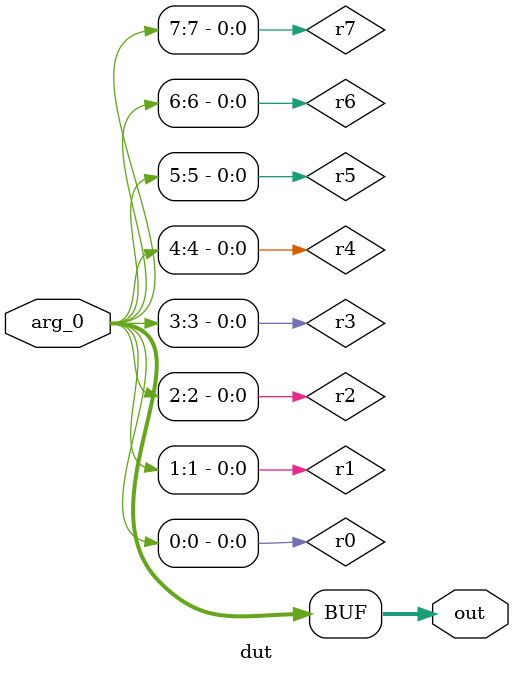
<source format=v>
module testbench();
    wire [7:0] out;
    reg [7:0] arg_0;
    dut t (.out(out),.arg_0(arg_0));
    initial begin
        arg_0 = 8'b00000000;
        #0;
        if (8'b00000000 !== out) begin
            $display("ASSERTION FAILED 0x%0h !== 0x%0h CASE 0", 8'b00000000, out);
            $finish;
        end
        arg_0 = 8'b00000001;
        #0;
        if (8'b00000001 !== out) begin
            $display("ASSERTION FAILED 0x%0h !== 0x%0h CASE 1", 8'b00000001, out);
            $finish;
        end
        arg_0 = 8'b00000010;
        #0;
        if (8'b00000010 !== out) begin
            $display("ASSERTION FAILED 0x%0h !== 0x%0h CASE 2", 8'b00000010, out);
            $finish;
        end
        arg_0 = 8'b00000011;
        #0;
        if (8'b00000011 !== out) begin
            $display("ASSERTION FAILED 0x%0h !== 0x%0h CASE 3", 8'b00000011, out);
            $finish;
        end
        arg_0 = 8'b00000100;
        #0;
        if (8'b00000100 !== out) begin
            $display("ASSERTION FAILED 0x%0h !== 0x%0h CASE 4", 8'b00000100, out);
            $finish;
        end
        arg_0 = 8'b00000101;
        #0;
        if (8'b00000101 !== out) begin
            $display("ASSERTION FAILED 0x%0h !== 0x%0h CASE 5", 8'b00000101, out);
            $finish;
        end
        arg_0 = 8'b00000110;
        #0;
        if (8'b00000110 !== out) begin
            $display("ASSERTION FAILED 0x%0h !== 0x%0h CASE 6", 8'b00000110, out);
            $finish;
        end
        arg_0 = 8'b00000111;
        #0;
        if (8'b00000111 !== out) begin
            $display("ASSERTION FAILED 0x%0h !== 0x%0h CASE 7", 8'b00000111, out);
            $finish;
        end
        arg_0 = 8'b00001000;
        #0;
        if (8'b00001000 !== out) begin
            $display("ASSERTION FAILED 0x%0h !== 0x%0h CASE 8", 8'b00001000, out);
            $finish;
        end
        arg_0 = 8'b00001001;
        #0;
        if (8'b00001001 !== out) begin
            $display("ASSERTION FAILED 0x%0h !== 0x%0h CASE 9", 8'b00001001, out);
            $finish;
        end
        arg_0 = 8'b00001010;
        #0;
        if (8'b00001010 !== out) begin
            $display("ASSERTION FAILED 0x%0h !== 0x%0h CASE 10", 8'b00001010, out);
            $finish;
        end
        arg_0 = 8'b00001011;
        #0;
        if (8'b00001011 !== out) begin
            $display("ASSERTION FAILED 0x%0h !== 0x%0h CASE 11", 8'b00001011, out);
            $finish;
        end
        arg_0 = 8'b00001100;
        #0;
        if (8'b00001100 !== out) begin
            $display("ASSERTION FAILED 0x%0h !== 0x%0h CASE 12", 8'b00001100, out);
            $finish;
        end
        arg_0 = 8'b00001101;
        #0;
        if (8'b00001101 !== out) begin
            $display("ASSERTION FAILED 0x%0h !== 0x%0h CASE 13", 8'b00001101, out);
            $finish;
        end
        arg_0 = 8'b00001110;
        #0;
        if (8'b00001110 !== out) begin
            $display("ASSERTION FAILED 0x%0h !== 0x%0h CASE 14", 8'b00001110, out);
            $finish;
        end
        arg_0 = 8'b00001111;
        #0;
        if (8'b00001111 !== out) begin
            $display("ASSERTION FAILED 0x%0h !== 0x%0h CASE 15", 8'b00001111, out);
            $finish;
        end
        arg_0 = 8'b00010000;
        #0;
        if (8'b00010000 !== out) begin
            $display("ASSERTION FAILED 0x%0h !== 0x%0h CASE 16", 8'b00010000, out);
            $finish;
        end
        arg_0 = 8'b00010001;
        #0;
        if (8'b00010001 !== out) begin
            $display("ASSERTION FAILED 0x%0h !== 0x%0h CASE 17", 8'b00010001, out);
            $finish;
        end
        arg_0 = 8'b00010010;
        #0;
        if (8'b00010010 !== out) begin
            $display("ASSERTION FAILED 0x%0h !== 0x%0h CASE 18", 8'b00010010, out);
            $finish;
        end
        arg_0 = 8'b00010011;
        #0;
        if (8'b00010011 !== out) begin
            $display("ASSERTION FAILED 0x%0h !== 0x%0h CASE 19", 8'b00010011, out);
            $finish;
        end
        arg_0 = 8'b00010100;
        #0;
        if (8'b00010100 !== out) begin
            $display("ASSERTION FAILED 0x%0h !== 0x%0h CASE 20", 8'b00010100, out);
            $finish;
        end
        arg_0 = 8'b00010101;
        #0;
        if (8'b00010101 !== out) begin
            $display("ASSERTION FAILED 0x%0h !== 0x%0h CASE 21", 8'b00010101, out);
            $finish;
        end
        arg_0 = 8'b00010110;
        #0;
        if (8'b00010110 !== out) begin
            $display("ASSERTION FAILED 0x%0h !== 0x%0h CASE 22", 8'b00010110, out);
            $finish;
        end
        arg_0 = 8'b00010111;
        #0;
        if (8'b00010111 !== out) begin
            $display("ASSERTION FAILED 0x%0h !== 0x%0h CASE 23", 8'b00010111, out);
            $finish;
        end
        arg_0 = 8'b00011000;
        #0;
        if (8'b00011000 !== out) begin
            $display("ASSERTION FAILED 0x%0h !== 0x%0h CASE 24", 8'b00011000, out);
            $finish;
        end
        arg_0 = 8'b00011001;
        #0;
        if (8'b00011001 !== out) begin
            $display("ASSERTION FAILED 0x%0h !== 0x%0h CASE 25", 8'b00011001, out);
            $finish;
        end
        arg_0 = 8'b00011010;
        #0;
        if (8'b00011010 !== out) begin
            $display("ASSERTION FAILED 0x%0h !== 0x%0h CASE 26", 8'b00011010, out);
            $finish;
        end
        arg_0 = 8'b00011011;
        #0;
        if (8'b00011011 !== out) begin
            $display("ASSERTION FAILED 0x%0h !== 0x%0h CASE 27", 8'b00011011, out);
            $finish;
        end
        arg_0 = 8'b00011100;
        #0;
        if (8'b00011100 !== out) begin
            $display("ASSERTION FAILED 0x%0h !== 0x%0h CASE 28", 8'b00011100, out);
            $finish;
        end
        arg_0 = 8'b00011101;
        #0;
        if (8'b00011101 !== out) begin
            $display("ASSERTION FAILED 0x%0h !== 0x%0h CASE 29", 8'b00011101, out);
            $finish;
        end
        arg_0 = 8'b00011110;
        #0;
        if (8'b00011110 !== out) begin
            $display("ASSERTION FAILED 0x%0h !== 0x%0h CASE 30", 8'b00011110, out);
            $finish;
        end
        arg_0 = 8'b00011111;
        #0;
        if (8'b00011111 !== out) begin
            $display("ASSERTION FAILED 0x%0h !== 0x%0h CASE 31", 8'b00011111, out);
            $finish;
        end
        arg_0 = 8'b00100000;
        #0;
        if (8'b00100000 !== out) begin
            $display("ASSERTION FAILED 0x%0h !== 0x%0h CASE 32", 8'b00100000, out);
            $finish;
        end
        arg_0 = 8'b00100001;
        #0;
        if (8'b00100001 !== out) begin
            $display("ASSERTION FAILED 0x%0h !== 0x%0h CASE 33", 8'b00100001, out);
            $finish;
        end
        arg_0 = 8'b00100010;
        #0;
        if (8'b00100010 !== out) begin
            $display("ASSERTION FAILED 0x%0h !== 0x%0h CASE 34", 8'b00100010, out);
            $finish;
        end
        arg_0 = 8'b00100011;
        #0;
        if (8'b00100011 !== out) begin
            $display("ASSERTION FAILED 0x%0h !== 0x%0h CASE 35", 8'b00100011, out);
            $finish;
        end
        arg_0 = 8'b00100100;
        #0;
        if (8'b00100100 !== out) begin
            $display("ASSERTION FAILED 0x%0h !== 0x%0h CASE 36", 8'b00100100, out);
            $finish;
        end
        arg_0 = 8'b00100101;
        #0;
        if (8'b00100101 !== out) begin
            $display("ASSERTION FAILED 0x%0h !== 0x%0h CASE 37", 8'b00100101, out);
            $finish;
        end
        arg_0 = 8'b00100110;
        #0;
        if (8'b00100110 !== out) begin
            $display("ASSERTION FAILED 0x%0h !== 0x%0h CASE 38", 8'b00100110, out);
            $finish;
        end
        arg_0 = 8'b00100111;
        #0;
        if (8'b00100111 !== out) begin
            $display("ASSERTION FAILED 0x%0h !== 0x%0h CASE 39", 8'b00100111, out);
            $finish;
        end
        arg_0 = 8'b00101000;
        #0;
        if (8'b00101000 !== out) begin
            $display("ASSERTION FAILED 0x%0h !== 0x%0h CASE 40", 8'b00101000, out);
            $finish;
        end
        arg_0 = 8'b00101001;
        #0;
        if (8'b00101001 !== out) begin
            $display("ASSERTION FAILED 0x%0h !== 0x%0h CASE 41", 8'b00101001, out);
            $finish;
        end
        arg_0 = 8'b00101010;
        #0;
        if (8'b00101010 !== out) begin
            $display("ASSERTION FAILED 0x%0h !== 0x%0h CASE 42", 8'b00101010, out);
            $finish;
        end
        arg_0 = 8'b00101011;
        #0;
        if (8'b00101011 !== out) begin
            $display("ASSERTION FAILED 0x%0h !== 0x%0h CASE 43", 8'b00101011, out);
            $finish;
        end
        arg_0 = 8'b00101100;
        #0;
        if (8'b00101100 !== out) begin
            $display("ASSERTION FAILED 0x%0h !== 0x%0h CASE 44", 8'b00101100, out);
            $finish;
        end
        arg_0 = 8'b00101101;
        #0;
        if (8'b00101101 !== out) begin
            $display("ASSERTION FAILED 0x%0h !== 0x%0h CASE 45", 8'b00101101, out);
            $finish;
        end
        arg_0 = 8'b00101110;
        #0;
        if (8'b00101110 !== out) begin
            $display("ASSERTION FAILED 0x%0h !== 0x%0h CASE 46", 8'b00101110, out);
            $finish;
        end
        arg_0 = 8'b00101111;
        #0;
        if (8'b00101111 !== out) begin
            $display("ASSERTION FAILED 0x%0h !== 0x%0h CASE 47", 8'b00101111, out);
            $finish;
        end
        arg_0 = 8'b00110000;
        #0;
        if (8'b00110000 !== out) begin
            $display("ASSERTION FAILED 0x%0h !== 0x%0h CASE 48", 8'b00110000, out);
            $finish;
        end
        arg_0 = 8'b00110001;
        #0;
        if (8'b00110001 !== out) begin
            $display("ASSERTION FAILED 0x%0h !== 0x%0h CASE 49", 8'b00110001, out);
            $finish;
        end
        arg_0 = 8'b00110010;
        #0;
        if (8'b00110010 !== out) begin
            $display("ASSERTION FAILED 0x%0h !== 0x%0h CASE 50", 8'b00110010, out);
            $finish;
        end
        arg_0 = 8'b00110011;
        #0;
        if (8'b00110011 !== out) begin
            $display("ASSERTION FAILED 0x%0h !== 0x%0h CASE 51", 8'b00110011, out);
            $finish;
        end
        arg_0 = 8'b00110100;
        #0;
        if (8'b00110100 !== out) begin
            $display("ASSERTION FAILED 0x%0h !== 0x%0h CASE 52", 8'b00110100, out);
            $finish;
        end
        arg_0 = 8'b00110101;
        #0;
        if (8'b00110101 !== out) begin
            $display("ASSERTION FAILED 0x%0h !== 0x%0h CASE 53", 8'b00110101, out);
            $finish;
        end
        arg_0 = 8'b00110110;
        #0;
        if (8'b00110110 !== out) begin
            $display("ASSERTION FAILED 0x%0h !== 0x%0h CASE 54", 8'b00110110, out);
            $finish;
        end
        arg_0 = 8'b00110111;
        #0;
        if (8'b00110111 !== out) begin
            $display("ASSERTION FAILED 0x%0h !== 0x%0h CASE 55", 8'b00110111, out);
            $finish;
        end
        arg_0 = 8'b00111000;
        #0;
        if (8'b00111000 !== out) begin
            $display("ASSERTION FAILED 0x%0h !== 0x%0h CASE 56", 8'b00111000, out);
            $finish;
        end
        arg_0 = 8'b00111001;
        #0;
        if (8'b00111001 !== out) begin
            $display("ASSERTION FAILED 0x%0h !== 0x%0h CASE 57", 8'b00111001, out);
            $finish;
        end
        arg_0 = 8'b00111010;
        #0;
        if (8'b00111010 !== out) begin
            $display("ASSERTION FAILED 0x%0h !== 0x%0h CASE 58", 8'b00111010, out);
            $finish;
        end
        arg_0 = 8'b00111011;
        #0;
        if (8'b00111011 !== out) begin
            $display("ASSERTION FAILED 0x%0h !== 0x%0h CASE 59", 8'b00111011, out);
            $finish;
        end
        arg_0 = 8'b00111100;
        #0;
        if (8'b00111100 !== out) begin
            $display("ASSERTION FAILED 0x%0h !== 0x%0h CASE 60", 8'b00111100, out);
            $finish;
        end
        arg_0 = 8'b00111101;
        #0;
        if (8'b00111101 !== out) begin
            $display("ASSERTION FAILED 0x%0h !== 0x%0h CASE 61", 8'b00111101, out);
            $finish;
        end
        arg_0 = 8'b00111110;
        #0;
        if (8'b00111110 !== out) begin
            $display("ASSERTION FAILED 0x%0h !== 0x%0h CASE 62", 8'b00111110, out);
            $finish;
        end
        arg_0 = 8'b00111111;
        #0;
        if (8'b00111111 !== out) begin
            $display("ASSERTION FAILED 0x%0h !== 0x%0h CASE 63", 8'b00111111, out);
            $finish;
        end
        arg_0 = 8'b01000000;
        #0;
        if (8'b01000000 !== out) begin
            $display("ASSERTION FAILED 0x%0h !== 0x%0h CASE 64", 8'b01000000, out);
            $finish;
        end
        arg_0 = 8'b01000001;
        #0;
        if (8'b01000001 !== out) begin
            $display("ASSERTION FAILED 0x%0h !== 0x%0h CASE 65", 8'b01000001, out);
            $finish;
        end
        arg_0 = 8'b01000010;
        #0;
        if (8'b01000010 !== out) begin
            $display("ASSERTION FAILED 0x%0h !== 0x%0h CASE 66", 8'b01000010, out);
            $finish;
        end
        arg_0 = 8'b01000011;
        #0;
        if (8'b01000011 !== out) begin
            $display("ASSERTION FAILED 0x%0h !== 0x%0h CASE 67", 8'b01000011, out);
            $finish;
        end
        arg_0 = 8'b01000100;
        #0;
        if (8'b01000100 !== out) begin
            $display("ASSERTION FAILED 0x%0h !== 0x%0h CASE 68", 8'b01000100, out);
            $finish;
        end
        arg_0 = 8'b01000101;
        #0;
        if (8'b01000101 !== out) begin
            $display("ASSERTION FAILED 0x%0h !== 0x%0h CASE 69", 8'b01000101, out);
            $finish;
        end
        arg_0 = 8'b01000110;
        #0;
        if (8'b01000110 !== out) begin
            $display("ASSERTION FAILED 0x%0h !== 0x%0h CASE 70", 8'b01000110, out);
            $finish;
        end
        arg_0 = 8'b01000111;
        #0;
        if (8'b01000111 !== out) begin
            $display("ASSERTION FAILED 0x%0h !== 0x%0h CASE 71", 8'b01000111, out);
            $finish;
        end
        arg_0 = 8'b01001000;
        #0;
        if (8'b01001000 !== out) begin
            $display("ASSERTION FAILED 0x%0h !== 0x%0h CASE 72", 8'b01001000, out);
            $finish;
        end
        arg_0 = 8'b01001001;
        #0;
        if (8'b01001001 !== out) begin
            $display("ASSERTION FAILED 0x%0h !== 0x%0h CASE 73", 8'b01001001, out);
            $finish;
        end
        arg_0 = 8'b01001010;
        #0;
        if (8'b01001010 !== out) begin
            $display("ASSERTION FAILED 0x%0h !== 0x%0h CASE 74", 8'b01001010, out);
            $finish;
        end
        arg_0 = 8'b01001011;
        #0;
        if (8'b01001011 !== out) begin
            $display("ASSERTION FAILED 0x%0h !== 0x%0h CASE 75", 8'b01001011, out);
            $finish;
        end
        arg_0 = 8'b01001100;
        #0;
        if (8'b01001100 !== out) begin
            $display("ASSERTION FAILED 0x%0h !== 0x%0h CASE 76", 8'b01001100, out);
            $finish;
        end
        arg_0 = 8'b01001101;
        #0;
        if (8'b01001101 !== out) begin
            $display("ASSERTION FAILED 0x%0h !== 0x%0h CASE 77", 8'b01001101, out);
            $finish;
        end
        arg_0 = 8'b01001110;
        #0;
        if (8'b01001110 !== out) begin
            $display("ASSERTION FAILED 0x%0h !== 0x%0h CASE 78", 8'b01001110, out);
            $finish;
        end
        arg_0 = 8'b01001111;
        #0;
        if (8'b01001111 !== out) begin
            $display("ASSERTION FAILED 0x%0h !== 0x%0h CASE 79", 8'b01001111, out);
            $finish;
        end
        arg_0 = 8'b01010000;
        #0;
        if (8'b01010000 !== out) begin
            $display("ASSERTION FAILED 0x%0h !== 0x%0h CASE 80", 8'b01010000, out);
            $finish;
        end
        arg_0 = 8'b01010001;
        #0;
        if (8'b01010001 !== out) begin
            $display("ASSERTION FAILED 0x%0h !== 0x%0h CASE 81", 8'b01010001, out);
            $finish;
        end
        arg_0 = 8'b01010010;
        #0;
        if (8'b01010010 !== out) begin
            $display("ASSERTION FAILED 0x%0h !== 0x%0h CASE 82", 8'b01010010, out);
            $finish;
        end
        arg_0 = 8'b01010011;
        #0;
        if (8'b01010011 !== out) begin
            $display("ASSERTION FAILED 0x%0h !== 0x%0h CASE 83", 8'b01010011, out);
            $finish;
        end
        arg_0 = 8'b01010100;
        #0;
        if (8'b01010100 !== out) begin
            $display("ASSERTION FAILED 0x%0h !== 0x%0h CASE 84", 8'b01010100, out);
            $finish;
        end
        arg_0 = 8'b01010101;
        #0;
        if (8'b01010101 !== out) begin
            $display("ASSERTION FAILED 0x%0h !== 0x%0h CASE 85", 8'b01010101, out);
            $finish;
        end
        arg_0 = 8'b01010110;
        #0;
        if (8'b01010110 !== out) begin
            $display("ASSERTION FAILED 0x%0h !== 0x%0h CASE 86", 8'b01010110, out);
            $finish;
        end
        arg_0 = 8'b01010111;
        #0;
        if (8'b01010111 !== out) begin
            $display("ASSERTION FAILED 0x%0h !== 0x%0h CASE 87", 8'b01010111, out);
            $finish;
        end
        arg_0 = 8'b01011000;
        #0;
        if (8'b01011000 !== out) begin
            $display("ASSERTION FAILED 0x%0h !== 0x%0h CASE 88", 8'b01011000, out);
            $finish;
        end
        arg_0 = 8'b01011001;
        #0;
        if (8'b01011001 !== out) begin
            $display("ASSERTION FAILED 0x%0h !== 0x%0h CASE 89", 8'b01011001, out);
            $finish;
        end
        arg_0 = 8'b01011010;
        #0;
        if (8'b01011010 !== out) begin
            $display("ASSERTION FAILED 0x%0h !== 0x%0h CASE 90", 8'b01011010, out);
            $finish;
        end
        arg_0 = 8'b01011011;
        #0;
        if (8'b01011011 !== out) begin
            $display("ASSERTION FAILED 0x%0h !== 0x%0h CASE 91", 8'b01011011, out);
            $finish;
        end
        arg_0 = 8'b01011100;
        #0;
        if (8'b01011100 !== out) begin
            $display("ASSERTION FAILED 0x%0h !== 0x%0h CASE 92", 8'b01011100, out);
            $finish;
        end
        arg_0 = 8'b01011101;
        #0;
        if (8'b01011101 !== out) begin
            $display("ASSERTION FAILED 0x%0h !== 0x%0h CASE 93", 8'b01011101, out);
            $finish;
        end
        arg_0 = 8'b01011110;
        #0;
        if (8'b01011110 !== out) begin
            $display("ASSERTION FAILED 0x%0h !== 0x%0h CASE 94", 8'b01011110, out);
            $finish;
        end
        arg_0 = 8'b01011111;
        #0;
        if (8'b01011111 !== out) begin
            $display("ASSERTION FAILED 0x%0h !== 0x%0h CASE 95", 8'b01011111, out);
            $finish;
        end
        arg_0 = 8'b01100000;
        #0;
        if (8'b01100000 !== out) begin
            $display("ASSERTION FAILED 0x%0h !== 0x%0h CASE 96", 8'b01100000, out);
            $finish;
        end
        arg_0 = 8'b01100001;
        #0;
        if (8'b01100001 !== out) begin
            $display("ASSERTION FAILED 0x%0h !== 0x%0h CASE 97", 8'b01100001, out);
            $finish;
        end
        arg_0 = 8'b01100010;
        #0;
        if (8'b01100010 !== out) begin
            $display("ASSERTION FAILED 0x%0h !== 0x%0h CASE 98", 8'b01100010, out);
            $finish;
        end
        arg_0 = 8'b01100011;
        #0;
        if (8'b01100011 !== out) begin
            $display("ASSERTION FAILED 0x%0h !== 0x%0h CASE 99", 8'b01100011, out);
            $finish;
        end
        arg_0 = 8'b01100100;
        #0;
        if (8'b01100100 !== out) begin
            $display("ASSERTION FAILED 0x%0h !== 0x%0h CASE 100", 8'b01100100, out);
            $finish;
        end
        arg_0 = 8'b01100101;
        #0;
        if (8'b01100101 !== out) begin
            $display("ASSERTION FAILED 0x%0h !== 0x%0h CASE 101", 8'b01100101, out);
            $finish;
        end
        arg_0 = 8'b01100110;
        #0;
        if (8'b01100110 !== out) begin
            $display("ASSERTION FAILED 0x%0h !== 0x%0h CASE 102", 8'b01100110, out);
            $finish;
        end
        arg_0 = 8'b01100111;
        #0;
        if (8'b01100111 !== out) begin
            $display("ASSERTION FAILED 0x%0h !== 0x%0h CASE 103", 8'b01100111, out);
            $finish;
        end
        arg_0 = 8'b01101000;
        #0;
        if (8'b01101000 !== out) begin
            $display("ASSERTION FAILED 0x%0h !== 0x%0h CASE 104", 8'b01101000, out);
            $finish;
        end
        arg_0 = 8'b01101001;
        #0;
        if (8'b01101001 !== out) begin
            $display("ASSERTION FAILED 0x%0h !== 0x%0h CASE 105", 8'b01101001, out);
            $finish;
        end
        arg_0 = 8'b01101010;
        #0;
        if (8'b01101010 !== out) begin
            $display("ASSERTION FAILED 0x%0h !== 0x%0h CASE 106", 8'b01101010, out);
            $finish;
        end
        arg_0 = 8'b01101011;
        #0;
        if (8'b01101011 !== out) begin
            $display("ASSERTION FAILED 0x%0h !== 0x%0h CASE 107", 8'b01101011, out);
            $finish;
        end
        arg_0 = 8'b01101100;
        #0;
        if (8'b01101100 !== out) begin
            $display("ASSERTION FAILED 0x%0h !== 0x%0h CASE 108", 8'b01101100, out);
            $finish;
        end
        arg_0 = 8'b01101101;
        #0;
        if (8'b01101101 !== out) begin
            $display("ASSERTION FAILED 0x%0h !== 0x%0h CASE 109", 8'b01101101, out);
            $finish;
        end
        arg_0 = 8'b01101110;
        #0;
        if (8'b01101110 !== out) begin
            $display("ASSERTION FAILED 0x%0h !== 0x%0h CASE 110", 8'b01101110, out);
            $finish;
        end
        arg_0 = 8'b01101111;
        #0;
        if (8'b01101111 !== out) begin
            $display("ASSERTION FAILED 0x%0h !== 0x%0h CASE 111", 8'b01101111, out);
            $finish;
        end
        arg_0 = 8'b01110000;
        #0;
        if (8'b01110000 !== out) begin
            $display("ASSERTION FAILED 0x%0h !== 0x%0h CASE 112", 8'b01110000, out);
            $finish;
        end
        arg_0 = 8'b01110001;
        #0;
        if (8'b01110001 !== out) begin
            $display("ASSERTION FAILED 0x%0h !== 0x%0h CASE 113", 8'b01110001, out);
            $finish;
        end
        arg_0 = 8'b01110010;
        #0;
        if (8'b01110010 !== out) begin
            $display("ASSERTION FAILED 0x%0h !== 0x%0h CASE 114", 8'b01110010, out);
            $finish;
        end
        arg_0 = 8'b01110011;
        #0;
        if (8'b01110011 !== out) begin
            $display("ASSERTION FAILED 0x%0h !== 0x%0h CASE 115", 8'b01110011, out);
            $finish;
        end
        arg_0 = 8'b01110100;
        #0;
        if (8'b01110100 !== out) begin
            $display("ASSERTION FAILED 0x%0h !== 0x%0h CASE 116", 8'b01110100, out);
            $finish;
        end
        arg_0 = 8'b01110101;
        #0;
        if (8'b01110101 !== out) begin
            $display("ASSERTION FAILED 0x%0h !== 0x%0h CASE 117", 8'b01110101, out);
            $finish;
        end
        arg_0 = 8'b01110110;
        #0;
        if (8'b01110110 !== out) begin
            $display("ASSERTION FAILED 0x%0h !== 0x%0h CASE 118", 8'b01110110, out);
            $finish;
        end
        arg_0 = 8'b01110111;
        #0;
        if (8'b01110111 !== out) begin
            $display("ASSERTION FAILED 0x%0h !== 0x%0h CASE 119", 8'b01110111, out);
            $finish;
        end
        arg_0 = 8'b01111000;
        #0;
        if (8'b01111000 !== out) begin
            $display("ASSERTION FAILED 0x%0h !== 0x%0h CASE 120", 8'b01111000, out);
            $finish;
        end
        arg_0 = 8'b01111001;
        #0;
        if (8'b01111001 !== out) begin
            $display("ASSERTION FAILED 0x%0h !== 0x%0h CASE 121", 8'b01111001, out);
            $finish;
        end
        arg_0 = 8'b01111010;
        #0;
        if (8'b01111010 !== out) begin
            $display("ASSERTION FAILED 0x%0h !== 0x%0h CASE 122", 8'b01111010, out);
            $finish;
        end
        arg_0 = 8'b01111011;
        #0;
        if (8'b01111011 !== out) begin
            $display("ASSERTION FAILED 0x%0h !== 0x%0h CASE 123", 8'b01111011, out);
            $finish;
        end
        arg_0 = 8'b01111100;
        #0;
        if (8'b01111100 !== out) begin
            $display("ASSERTION FAILED 0x%0h !== 0x%0h CASE 124", 8'b01111100, out);
            $finish;
        end
        arg_0 = 8'b01111101;
        #0;
        if (8'b01111101 !== out) begin
            $display("ASSERTION FAILED 0x%0h !== 0x%0h CASE 125", 8'b01111101, out);
            $finish;
        end
        arg_0 = 8'b01111110;
        #0;
        if (8'b01111110 !== out) begin
            $display("ASSERTION FAILED 0x%0h !== 0x%0h CASE 126", 8'b01111110, out);
            $finish;
        end
        arg_0 = 8'b01111111;
        #0;
        if (8'b01111111 !== out) begin
            $display("ASSERTION FAILED 0x%0h !== 0x%0h CASE 127", 8'b01111111, out);
            $finish;
        end
        arg_0 = 8'b10000000;
        #0;
        if (8'b10000000 !== out) begin
            $display("ASSERTION FAILED 0x%0h !== 0x%0h CASE 128", 8'b10000000, out);
            $finish;
        end
        arg_0 = 8'b10000001;
        #0;
        if (8'b10000001 !== out) begin
            $display("ASSERTION FAILED 0x%0h !== 0x%0h CASE 129", 8'b10000001, out);
            $finish;
        end
        arg_0 = 8'b10000010;
        #0;
        if (8'b10000010 !== out) begin
            $display("ASSERTION FAILED 0x%0h !== 0x%0h CASE 130", 8'b10000010, out);
            $finish;
        end
        arg_0 = 8'b10000011;
        #0;
        if (8'b10000011 !== out) begin
            $display("ASSERTION FAILED 0x%0h !== 0x%0h CASE 131", 8'b10000011, out);
            $finish;
        end
        arg_0 = 8'b10000100;
        #0;
        if (8'b10000100 !== out) begin
            $display("ASSERTION FAILED 0x%0h !== 0x%0h CASE 132", 8'b10000100, out);
            $finish;
        end
        arg_0 = 8'b10000101;
        #0;
        if (8'b10000101 !== out) begin
            $display("ASSERTION FAILED 0x%0h !== 0x%0h CASE 133", 8'b10000101, out);
            $finish;
        end
        arg_0 = 8'b10000110;
        #0;
        if (8'b10000110 !== out) begin
            $display("ASSERTION FAILED 0x%0h !== 0x%0h CASE 134", 8'b10000110, out);
            $finish;
        end
        arg_0 = 8'b10000111;
        #0;
        if (8'b10000111 !== out) begin
            $display("ASSERTION FAILED 0x%0h !== 0x%0h CASE 135", 8'b10000111, out);
            $finish;
        end
        arg_0 = 8'b10001000;
        #0;
        if (8'b10001000 !== out) begin
            $display("ASSERTION FAILED 0x%0h !== 0x%0h CASE 136", 8'b10001000, out);
            $finish;
        end
        arg_0 = 8'b10001001;
        #0;
        if (8'b10001001 !== out) begin
            $display("ASSERTION FAILED 0x%0h !== 0x%0h CASE 137", 8'b10001001, out);
            $finish;
        end
        arg_0 = 8'b10001010;
        #0;
        if (8'b10001010 !== out) begin
            $display("ASSERTION FAILED 0x%0h !== 0x%0h CASE 138", 8'b10001010, out);
            $finish;
        end
        arg_0 = 8'b10001011;
        #0;
        if (8'b10001011 !== out) begin
            $display("ASSERTION FAILED 0x%0h !== 0x%0h CASE 139", 8'b10001011, out);
            $finish;
        end
        arg_0 = 8'b10001100;
        #0;
        if (8'b10001100 !== out) begin
            $display("ASSERTION FAILED 0x%0h !== 0x%0h CASE 140", 8'b10001100, out);
            $finish;
        end
        arg_0 = 8'b10001101;
        #0;
        if (8'b10001101 !== out) begin
            $display("ASSERTION FAILED 0x%0h !== 0x%0h CASE 141", 8'b10001101, out);
            $finish;
        end
        arg_0 = 8'b10001110;
        #0;
        if (8'b10001110 !== out) begin
            $display("ASSERTION FAILED 0x%0h !== 0x%0h CASE 142", 8'b10001110, out);
            $finish;
        end
        arg_0 = 8'b10001111;
        #0;
        if (8'b10001111 !== out) begin
            $display("ASSERTION FAILED 0x%0h !== 0x%0h CASE 143", 8'b10001111, out);
            $finish;
        end
        arg_0 = 8'b10010000;
        #0;
        if (8'b10010000 !== out) begin
            $display("ASSERTION FAILED 0x%0h !== 0x%0h CASE 144", 8'b10010000, out);
            $finish;
        end
        arg_0 = 8'b10010001;
        #0;
        if (8'b10010001 !== out) begin
            $display("ASSERTION FAILED 0x%0h !== 0x%0h CASE 145", 8'b10010001, out);
            $finish;
        end
        arg_0 = 8'b10010010;
        #0;
        if (8'b10010010 !== out) begin
            $display("ASSERTION FAILED 0x%0h !== 0x%0h CASE 146", 8'b10010010, out);
            $finish;
        end
        arg_0 = 8'b10010011;
        #0;
        if (8'b10010011 !== out) begin
            $display("ASSERTION FAILED 0x%0h !== 0x%0h CASE 147", 8'b10010011, out);
            $finish;
        end
        arg_0 = 8'b10010100;
        #0;
        if (8'b10010100 !== out) begin
            $display("ASSERTION FAILED 0x%0h !== 0x%0h CASE 148", 8'b10010100, out);
            $finish;
        end
        arg_0 = 8'b10010101;
        #0;
        if (8'b10010101 !== out) begin
            $display("ASSERTION FAILED 0x%0h !== 0x%0h CASE 149", 8'b10010101, out);
            $finish;
        end
        arg_0 = 8'b10010110;
        #0;
        if (8'b10010110 !== out) begin
            $display("ASSERTION FAILED 0x%0h !== 0x%0h CASE 150", 8'b10010110, out);
            $finish;
        end
        arg_0 = 8'b10010111;
        #0;
        if (8'b10010111 !== out) begin
            $display("ASSERTION FAILED 0x%0h !== 0x%0h CASE 151", 8'b10010111, out);
            $finish;
        end
        arg_0 = 8'b10011000;
        #0;
        if (8'b10011000 !== out) begin
            $display("ASSERTION FAILED 0x%0h !== 0x%0h CASE 152", 8'b10011000, out);
            $finish;
        end
        arg_0 = 8'b10011001;
        #0;
        if (8'b10011001 !== out) begin
            $display("ASSERTION FAILED 0x%0h !== 0x%0h CASE 153", 8'b10011001, out);
            $finish;
        end
        arg_0 = 8'b10011010;
        #0;
        if (8'b10011010 !== out) begin
            $display("ASSERTION FAILED 0x%0h !== 0x%0h CASE 154", 8'b10011010, out);
            $finish;
        end
        arg_0 = 8'b10011011;
        #0;
        if (8'b10011011 !== out) begin
            $display("ASSERTION FAILED 0x%0h !== 0x%0h CASE 155", 8'b10011011, out);
            $finish;
        end
        arg_0 = 8'b10011100;
        #0;
        if (8'b10011100 !== out) begin
            $display("ASSERTION FAILED 0x%0h !== 0x%0h CASE 156", 8'b10011100, out);
            $finish;
        end
        arg_0 = 8'b10011101;
        #0;
        if (8'b10011101 !== out) begin
            $display("ASSERTION FAILED 0x%0h !== 0x%0h CASE 157", 8'b10011101, out);
            $finish;
        end
        arg_0 = 8'b10011110;
        #0;
        if (8'b10011110 !== out) begin
            $display("ASSERTION FAILED 0x%0h !== 0x%0h CASE 158", 8'b10011110, out);
            $finish;
        end
        arg_0 = 8'b10011111;
        #0;
        if (8'b10011111 !== out) begin
            $display("ASSERTION FAILED 0x%0h !== 0x%0h CASE 159", 8'b10011111, out);
            $finish;
        end
        arg_0 = 8'b10100000;
        #0;
        if (8'b10100000 !== out) begin
            $display("ASSERTION FAILED 0x%0h !== 0x%0h CASE 160", 8'b10100000, out);
            $finish;
        end
        arg_0 = 8'b10100001;
        #0;
        if (8'b10100001 !== out) begin
            $display("ASSERTION FAILED 0x%0h !== 0x%0h CASE 161", 8'b10100001, out);
            $finish;
        end
        arg_0 = 8'b10100010;
        #0;
        if (8'b10100010 !== out) begin
            $display("ASSERTION FAILED 0x%0h !== 0x%0h CASE 162", 8'b10100010, out);
            $finish;
        end
        arg_0 = 8'b10100011;
        #0;
        if (8'b10100011 !== out) begin
            $display("ASSERTION FAILED 0x%0h !== 0x%0h CASE 163", 8'b10100011, out);
            $finish;
        end
        arg_0 = 8'b10100100;
        #0;
        if (8'b10100100 !== out) begin
            $display("ASSERTION FAILED 0x%0h !== 0x%0h CASE 164", 8'b10100100, out);
            $finish;
        end
        arg_0 = 8'b10100101;
        #0;
        if (8'b10100101 !== out) begin
            $display("ASSERTION FAILED 0x%0h !== 0x%0h CASE 165", 8'b10100101, out);
            $finish;
        end
        arg_0 = 8'b10100110;
        #0;
        if (8'b10100110 !== out) begin
            $display("ASSERTION FAILED 0x%0h !== 0x%0h CASE 166", 8'b10100110, out);
            $finish;
        end
        arg_0 = 8'b10100111;
        #0;
        if (8'b10100111 !== out) begin
            $display("ASSERTION FAILED 0x%0h !== 0x%0h CASE 167", 8'b10100111, out);
            $finish;
        end
        arg_0 = 8'b10101000;
        #0;
        if (8'b10101000 !== out) begin
            $display("ASSERTION FAILED 0x%0h !== 0x%0h CASE 168", 8'b10101000, out);
            $finish;
        end
        arg_0 = 8'b10101001;
        #0;
        if (8'b10101001 !== out) begin
            $display("ASSERTION FAILED 0x%0h !== 0x%0h CASE 169", 8'b10101001, out);
            $finish;
        end
        arg_0 = 8'b10101010;
        #0;
        if (8'b10101010 !== out) begin
            $display("ASSERTION FAILED 0x%0h !== 0x%0h CASE 170", 8'b10101010, out);
            $finish;
        end
        arg_0 = 8'b10101011;
        #0;
        if (8'b10101011 !== out) begin
            $display("ASSERTION FAILED 0x%0h !== 0x%0h CASE 171", 8'b10101011, out);
            $finish;
        end
        arg_0 = 8'b10101100;
        #0;
        if (8'b10101100 !== out) begin
            $display("ASSERTION FAILED 0x%0h !== 0x%0h CASE 172", 8'b10101100, out);
            $finish;
        end
        arg_0 = 8'b10101101;
        #0;
        if (8'b10101101 !== out) begin
            $display("ASSERTION FAILED 0x%0h !== 0x%0h CASE 173", 8'b10101101, out);
            $finish;
        end
        arg_0 = 8'b10101110;
        #0;
        if (8'b10101110 !== out) begin
            $display("ASSERTION FAILED 0x%0h !== 0x%0h CASE 174", 8'b10101110, out);
            $finish;
        end
        arg_0 = 8'b10101111;
        #0;
        if (8'b10101111 !== out) begin
            $display("ASSERTION FAILED 0x%0h !== 0x%0h CASE 175", 8'b10101111, out);
            $finish;
        end
        arg_0 = 8'b10110000;
        #0;
        if (8'b10110000 !== out) begin
            $display("ASSERTION FAILED 0x%0h !== 0x%0h CASE 176", 8'b10110000, out);
            $finish;
        end
        arg_0 = 8'b10110001;
        #0;
        if (8'b10110001 !== out) begin
            $display("ASSERTION FAILED 0x%0h !== 0x%0h CASE 177", 8'b10110001, out);
            $finish;
        end
        arg_0 = 8'b10110010;
        #0;
        if (8'b10110010 !== out) begin
            $display("ASSERTION FAILED 0x%0h !== 0x%0h CASE 178", 8'b10110010, out);
            $finish;
        end
        arg_0 = 8'b10110011;
        #0;
        if (8'b10110011 !== out) begin
            $display("ASSERTION FAILED 0x%0h !== 0x%0h CASE 179", 8'b10110011, out);
            $finish;
        end
        arg_0 = 8'b10110100;
        #0;
        if (8'b10110100 !== out) begin
            $display("ASSERTION FAILED 0x%0h !== 0x%0h CASE 180", 8'b10110100, out);
            $finish;
        end
        arg_0 = 8'b10110101;
        #0;
        if (8'b10110101 !== out) begin
            $display("ASSERTION FAILED 0x%0h !== 0x%0h CASE 181", 8'b10110101, out);
            $finish;
        end
        arg_0 = 8'b10110110;
        #0;
        if (8'b10110110 !== out) begin
            $display("ASSERTION FAILED 0x%0h !== 0x%0h CASE 182", 8'b10110110, out);
            $finish;
        end
        arg_0 = 8'b10110111;
        #0;
        if (8'b10110111 !== out) begin
            $display("ASSERTION FAILED 0x%0h !== 0x%0h CASE 183", 8'b10110111, out);
            $finish;
        end
        arg_0 = 8'b10111000;
        #0;
        if (8'b10111000 !== out) begin
            $display("ASSERTION FAILED 0x%0h !== 0x%0h CASE 184", 8'b10111000, out);
            $finish;
        end
        arg_0 = 8'b10111001;
        #0;
        if (8'b10111001 !== out) begin
            $display("ASSERTION FAILED 0x%0h !== 0x%0h CASE 185", 8'b10111001, out);
            $finish;
        end
        arg_0 = 8'b10111010;
        #0;
        if (8'b10111010 !== out) begin
            $display("ASSERTION FAILED 0x%0h !== 0x%0h CASE 186", 8'b10111010, out);
            $finish;
        end
        arg_0 = 8'b10111011;
        #0;
        if (8'b10111011 !== out) begin
            $display("ASSERTION FAILED 0x%0h !== 0x%0h CASE 187", 8'b10111011, out);
            $finish;
        end
        arg_0 = 8'b10111100;
        #0;
        if (8'b10111100 !== out) begin
            $display("ASSERTION FAILED 0x%0h !== 0x%0h CASE 188", 8'b10111100, out);
            $finish;
        end
        arg_0 = 8'b10111101;
        #0;
        if (8'b10111101 !== out) begin
            $display("ASSERTION FAILED 0x%0h !== 0x%0h CASE 189", 8'b10111101, out);
            $finish;
        end
        arg_0 = 8'b10111110;
        #0;
        if (8'b10111110 !== out) begin
            $display("ASSERTION FAILED 0x%0h !== 0x%0h CASE 190", 8'b10111110, out);
            $finish;
        end
        arg_0 = 8'b10111111;
        #0;
        if (8'b10111111 !== out) begin
            $display("ASSERTION FAILED 0x%0h !== 0x%0h CASE 191", 8'b10111111, out);
            $finish;
        end
        arg_0 = 8'b11000000;
        #0;
        if (8'b11000000 !== out) begin
            $display("ASSERTION FAILED 0x%0h !== 0x%0h CASE 192", 8'b11000000, out);
            $finish;
        end
        arg_0 = 8'b11000001;
        #0;
        if (8'b11000001 !== out) begin
            $display("ASSERTION FAILED 0x%0h !== 0x%0h CASE 193", 8'b11000001, out);
            $finish;
        end
        arg_0 = 8'b11000010;
        #0;
        if (8'b11000010 !== out) begin
            $display("ASSERTION FAILED 0x%0h !== 0x%0h CASE 194", 8'b11000010, out);
            $finish;
        end
        arg_0 = 8'b11000011;
        #0;
        if (8'b11000011 !== out) begin
            $display("ASSERTION FAILED 0x%0h !== 0x%0h CASE 195", 8'b11000011, out);
            $finish;
        end
        arg_0 = 8'b11000100;
        #0;
        if (8'b11000100 !== out) begin
            $display("ASSERTION FAILED 0x%0h !== 0x%0h CASE 196", 8'b11000100, out);
            $finish;
        end
        arg_0 = 8'b11000101;
        #0;
        if (8'b11000101 !== out) begin
            $display("ASSERTION FAILED 0x%0h !== 0x%0h CASE 197", 8'b11000101, out);
            $finish;
        end
        arg_0 = 8'b11000110;
        #0;
        if (8'b11000110 !== out) begin
            $display("ASSERTION FAILED 0x%0h !== 0x%0h CASE 198", 8'b11000110, out);
            $finish;
        end
        arg_0 = 8'b11000111;
        #0;
        if (8'b11000111 !== out) begin
            $display("ASSERTION FAILED 0x%0h !== 0x%0h CASE 199", 8'b11000111, out);
            $finish;
        end
        arg_0 = 8'b11001000;
        #0;
        if (8'b11001000 !== out) begin
            $display("ASSERTION FAILED 0x%0h !== 0x%0h CASE 200", 8'b11001000, out);
            $finish;
        end
        arg_0 = 8'b11001001;
        #0;
        if (8'b11001001 !== out) begin
            $display("ASSERTION FAILED 0x%0h !== 0x%0h CASE 201", 8'b11001001, out);
            $finish;
        end
        arg_0 = 8'b11001010;
        #0;
        if (8'b11001010 !== out) begin
            $display("ASSERTION FAILED 0x%0h !== 0x%0h CASE 202", 8'b11001010, out);
            $finish;
        end
        arg_0 = 8'b11001011;
        #0;
        if (8'b11001011 !== out) begin
            $display("ASSERTION FAILED 0x%0h !== 0x%0h CASE 203", 8'b11001011, out);
            $finish;
        end
        arg_0 = 8'b11001100;
        #0;
        if (8'b11001100 !== out) begin
            $display("ASSERTION FAILED 0x%0h !== 0x%0h CASE 204", 8'b11001100, out);
            $finish;
        end
        arg_0 = 8'b11001101;
        #0;
        if (8'b11001101 !== out) begin
            $display("ASSERTION FAILED 0x%0h !== 0x%0h CASE 205", 8'b11001101, out);
            $finish;
        end
        arg_0 = 8'b11001110;
        #0;
        if (8'b11001110 !== out) begin
            $display("ASSERTION FAILED 0x%0h !== 0x%0h CASE 206", 8'b11001110, out);
            $finish;
        end
        arg_0 = 8'b11001111;
        #0;
        if (8'b11001111 !== out) begin
            $display("ASSERTION FAILED 0x%0h !== 0x%0h CASE 207", 8'b11001111, out);
            $finish;
        end
        arg_0 = 8'b11010000;
        #0;
        if (8'b11010000 !== out) begin
            $display("ASSERTION FAILED 0x%0h !== 0x%0h CASE 208", 8'b11010000, out);
            $finish;
        end
        arg_0 = 8'b11010001;
        #0;
        if (8'b11010001 !== out) begin
            $display("ASSERTION FAILED 0x%0h !== 0x%0h CASE 209", 8'b11010001, out);
            $finish;
        end
        arg_0 = 8'b11010010;
        #0;
        if (8'b11010010 !== out) begin
            $display("ASSERTION FAILED 0x%0h !== 0x%0h CASE 210", 8'b11010010, out);
            $finish;
        end
        arg_0 = 8'b11010011;
        #0;
        if (8'b11010011 !== out) begin
            $display("ASSERTION FAILED 0x%0h !== 0x%0h CASE 211", 8'b11010011, out);
            $finish;
        end
        arg_0 = 8'b11010100;
        #0;
        if (8'b11010100 !== out) begin
            $display("ASSERTION FAILED 0x%0h !== 0x%0h CASE 212", 8'b11010100, out);
            $finish;
        end
        arg_0 = 8'b11010101;
        #0;
        if (8'b11010101 !== out) begin
            $display("ASSERTION FAILED 0x%0h !== 0x%0h CASE 213", 8'b11010101, out);
            $finish;
        end
        arg_0 = 8'b11010110;
        #0;
        if (8'b11010110 !== out) begin
            $display("ASSERTION FAILED 0x%0h !== 0x%0h CASE 214", 8'b11010110, out);
            $finish;
        end
        arg_0 = 8'b11010111;
        #0;
        if (8'b11010111 !== out) begin
            $display("ASSERTION FAILED 0x%0h !== 0x%0h CASE 215", 8'b11010111, out);
            $finish;
        end
        arg_0 = 8'b11011000;
        #0;
        if (8'b11011000 !== out) begin
            $display("ASSERTION FAILED 0x%0h !== 0x%0h CASE 216", 8'b11011000, out);
            $finish;
        end
        arg_0 = 8'b11011001;
        #0;
        if (8'b11011001 !== out) begin
            $display("ASSERTION FAILED 0x%0h !== 0x%0h CASE 217", 8'b11011001, out);
            $finish;
        end
        arg_0 = 8'b11011010;
        #0;
        if (8'b11011010 !== out) begin
            $display("ASSERTION FAILED 0x%0h !== 0x%0h CASE 218", 8'b11011010, out);
            $finish;
        end
        arg_0 = 8'b11011011;
        #0;
        if (8'b11011011 !== out) begin
            $display("ASSERTION FAILED 0x%0h !== 0x%0h CASE 219", 8'b11011011, out);
            $finish;
        end
        arg_0 = 8'b11011100;
        #0;
        if (8'b11011100 !== out) begin
            $display("ASSERTION FAILED 0x%0h !== 0x%0h CASE 220", 8'b11011100, out);
            $finish;
        end
        arg_0 = 8'b11011101;
        #0;
        if (8'b11011101 !== out) begin
            $display("ASSERTION FAILED 0x%0h !== 0x%0h CASE 221", 8'b11011101, out);
            $finish;
        end
        arg_0 = 8'b11011110;
        #0;
        if (8'b11011110 !== out) begin
            $display("ASSERTION FAILED 0x%0h !== 0x%0h CASE 222", 8'b11011110, out);
            $finish;
        end
        arg_0 = 8'b11011111;
        #0;
        if (8'b11011111 !== out) begin
            $display("ASSERTION FAILED 0x%0h !== 0x%0h CASE 223", 8'b11011111, out);
            $finish;
        end
        arg_0 = 8'b11100000;
        #0;
        if (8'b11100000 !== out) begin
            $display("ASSERTION FAILED 0x%0h !== 0x%0h CASE 224", 8'b11100000, out);
            $finish;
        end
        arg_0 = 8'b11100001;
        #0;
        if (8'b11100001 !== out) begin
            $display("ASSERTION FAILED 0x%0h !== 0x%0h CASE 225", 8'b11100001, out);
            $finish;
        end
        arg_0 = 8'b11100010;
        #0;
        if (8'b11100010 !== out) begin
            $display("ASSERTION FAILED 0x%0h !== 0x%0h CASE 226", 8'b11100010, out);
            $finish;
        end
        arg_0 = 8'b11100011;
        #0;
        if (8'b11100011 !== out) begin
            $display("ASSERTION FAILED 0x%0h !== 0x%0h CASE 227", 8'b11100011, out);
            $finish;
        end
        arg_0 = 8'b11100100;
        #0;
        if (8'b11100100 !== out) begin
            $display("ASSERTION FAILED 0x%0h !== 0x%0h CASE 228", 8'b11100100, out);
            $finish;
        end
        arg_0 = 8'b11100101;
        #0;
        if (8'b11100101 !== out) begin
            $display("ASSERTION FAILED 0x%0h !== 0x%0h CASE 229", 8'b11100101, out);
            $finish;
        end
        arg_0 = 8'b11100110;
        #0;
        if (8'b11100110 !== out) begin
            $display("ASSERTION FAILED 0x%0h !== 0x%0h CASE 230", 8'b11100110, out);
            $finish;
        end
        arg_0 = 8'b11100111;
        #0;
        if (8'b11100111 !== out) begin
            $display("ASSERTION FAILED 0x%0h !== 0x%0h CASE 231", 8'b11100111, out);
            $finish;
        end
        arg_0 = 8'b11101000;
        #0;
        if (8'b11101000 !== out) begin
            $display("ASSERTION FAILED 0x%0h !== 0x%0h CASE 232", 8'b11101000, out);
            $finish;
        end
        arg_0 = 8'b11101001;
        #0;
        if (8'b11101001 !== out) begin
            $display("ASSERTION FAILED 0x%0h !== 0x%0h CASE 233", 8'b11101001, out);
            $finish;
        end
        arg_0 = 8'b11101010;
        #0;
        if (8'b11101010 !== out) begin
            $display("ASSERTION FAILED 0x%0h !== 0x%0h CASE 234", 8'b11101010, out);
            $finish;
        end
        arg_0 = 8'b11101011;
        #0;
        if (8'b11101011 !== out) begin
            $display("ASSERTION FAILED 0x%0h !== 0x%0h CASE 235", 8'b11101011, out);
            $finish;
        end
        arg_0 = 8'b11101100;
        #0;
        if (8'b11101100 !== out) begin
            $display("ASSERTION FAILED 0x%0h !== 0x%0h CASE 236", 8'b11101100, out);
            $finish;
        end
        arg_0 = 8'b11101101;
        #0;
        if (8'b11101101 !== out) begin
            $display("ASSERTION FAILED 0x%0h !== 0x%0h CASE 237", 8'b11101101, out);
            $finish;
        end
        arg_0 = 8'b11101110;
        #0;
        if (8'b11101110 !== out) begin
            $display("ASSERTION FAILED 0x%0h !== 0x%0h CASE 238", 8'b11101110, out);
            $finish;
        end
        arg_0 = 8'b11101111;
        #0;
        if (8'b11101111 !== out) begin
            $display("ASSERTION FAILED 0x%0h !== 0x%0h CASE 239", 8'b11101111, out);
            $finish;
        end
        arg_0 = 8'b11110000;
        #0;
        if (8'b11110000 !== out) begin
            $display("ASSERTION FAILED 0x%0h !== 0x%0h CASE 240", 8'b11110000, out);
            $finish;
        end
        arg_0 = 8'b11110001;
        #0;
        if (8'b11110001 !== out) begin
            $display("ASSERTION FAILED 0x%0h !== 0x%0h CASE 241", 8'b11110001, out);
            $finish;
        end
        arg_0 = 8'b11110010;
        #0;
        if (8'b11110010 !== out) begin
            $display("ASSERTION FAILED 0x%0h !== 0x%0h CASE 242", 8'b11110010, out);
            $finish;
        end
        arg_0 = 8'b11110011;
        #0;
        if (8'b11110011 !== out) begin
            $display("ASSERTION FAILED 0x%0h !== 0x%0h CASE 243", 8'b11110011, out);
            $finish;
        end
        arg_0 = 8'b11110100;
        #0;
        if (8'b11110100 !== out) begin
            $display("ASSERTION FAILED 0x%0h !== 0x%0h CASE 244", 8'b11110100, out);
            $finish;
        end
        arg_0 = 8'b11110101;
        #0;
        if (8'b11110101 !== out) begin
            $display("ASSERTION FAILED 0x%0h !== 0x%0h CASE 245", 8'b11110101, out);
            $finish;
        end
        arg_0 = 8'b11110110;
        #0;
        if (8'b11110110 !== out) begin
            $display("ASSERTION FAILED 0x%0h !== 0x%0h CASE 246", 8'b11110110, out);
            $finish;
        end
        arg_0 = 8'b11110111;
        #0;
        if (8'b11110111 !== out) begin
            $display("ASSERTION FAILED 0x%0h !== 0x%0h CASE 247", 8'b11110111, out);
            $finish;
        end
        arg_0 = 8'b11111000;
        #0;
        if (8'b11111000 !== out) begin
            $display("ASSERTION FAILED 0x%0h !== 0x%0h CASE 248", 8'b11111000, out);
            $finish;
        end
        arg_0 = 8'b11111001;
        #0;
        if (8'b11111001 !== out) begin
            $display("ASSERTION FAILED 0x%0h !== 0x%0h CASE 249", 8'b11111001, out);
            $finish;
        end
        arg_0 = 8'b11111010;
        #0;
        if (8'b11111010 !== out) begin
            $display("ASSERTION FAILED 0x%0h !== 0x%0h CASE 250", 8'b11111010, out);
            $finish;
        end
        arg_0 = 8'b11111011;
        #0;
        if (8'b11111011 !== out) begin
            $display("ASSERTION FAILED 0x%0h !== 0x%0h CASE 251", 8'b11111011, out);
            $finish;
        end
        arg_0 = 8'b11111100;
        #0;
        if (8'b11111100 !== out) begin
            $display("ASSERTION FAILED 0x%0h !== 0x%0h CASE 252", 8'b11111100, out);
            $finish;
        end
        arg_0 = 8'b11111101;
        #0;
        if (8'b11111101 !== out) begin
            $display("ASSERTION FAILED 0x%0h !== 0x%0h CASE 253", 8'b11111101, out);
            $finish;
        end
        arg_0 = 8'b11111110;
        #0;
        if (8'b11111110 !== out) begin
            $display("ASSERTION FAILED 0x%0h !== 0x%0h CASE 254", 8'b11111110, out);
            $finish;
        end
        arg_0 = 8'b11111111;
        #0;
        if (8'b11111111 !== out) begin
            $display("ASSERTION FAILED 0x%0h !== 0x%0h CASE 255", 8'b11111111, out);
            $finish;
        end
        $display("TESTBENCH OK", );
        $finish;
    end
endmodule
//
module dut(input wire [7:0] arg_0, output reg [7:0] out);
    reg [0:0] r0;
    reg [0:0] r1;
    reg [0:0] r2;
    reg [0:0] r3;
    reg [0:0] r4;
    reg [0:0] r5;
    reg [0:0] r6;
    reg [0:0] r7;
    always @(*) begin
        r0 = arg_0[0];
        r1 = arg_0[1];
        r2 = arg_0[2];
        r3 = arg_0[3];
        r4 = arg_0[4];
        r5 = arg_0[5];
        r6 = arg_0[6];
        r7 = arg_0[7];
        // let y: b8 = bits(3);
        //
        // let r = 3;
        //
        // let z = y << r;
        //
        // {
        // }
        // ;
        //
        // a
        //
        out = { r7, r6, r5, r4, r3, r2, r1, r0 };
    end
endmodule

</source>
